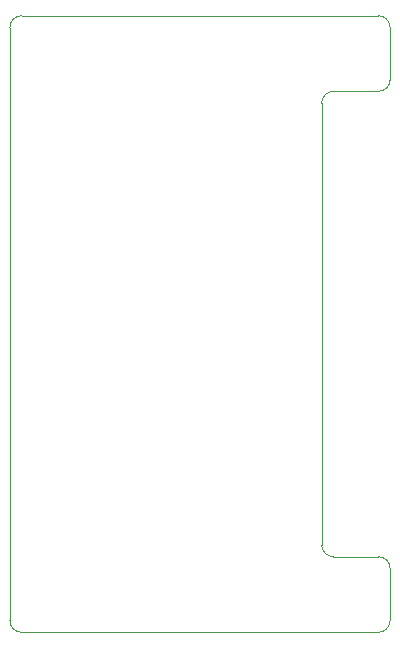
<source format=gm1>
%TF.GenerationSoftware,KiCad,Pcbnew,8.0.3*%
%TF.CreationDate,2024-07-22T06:59:44+03:00*%
%TF.ProjectId,Project 2 - Breadboard Power Supply,50726f6a-6563-4742-9032-202d20427265,rev?*%
%TF.SameCoordinates,Original*%
%TF.FileFunction,Profile,NP*%
%FSLAX46Y46*%
G04 Gerber Fmt 4.6, Leading zero omitted, Abs format (unit mm)*
G04 Created by KiCad (PCBNEW 8.0.3) date 2024-07-22 06:59:44*
%MOMM*%
%LPD*%
G01*
G04 APERTURE LIST*
%TA.AperFunction,Profile*%
%ADD10C,0.050000*%
%TD*%
G04 APERTURE END LIST*
D10*
X168600000Y-113800000D02*
G75*
G02*
X169600000Y-114800000I0J-1000000D01*
G01*
X164800000Y-74400000D02*
X168600000Y-74400000D01*
X164800000Y-113800000D02*
G75*
G02*
X163800000Y-112800000I0J1000000D01*
G01*
X168600000Y-113800000D02*
X164800000Y-113800000D01*
X168600000Y-68000000D02*
X143800000Y-68000000D01*
X168600000Y-68000000D02*
G75*
G02*
X169600000Y-69000000I0J-1000000D01*
G01*
X169600000Y-73400000D02*
G75*
G02*
X168600000Y-74400000I-1000000J0D01*
G01*
X143800000Y-68000000D02*
X143700000Y-68000000D01*
X137400000Y-69000000D02*
X137400000Y-119200000D01*
X163800000Y-75400000D02*
G75*
G02*
X164800000Y-74400000I1000000J0D01*
G01*
X163800000Y-112800000D02*
X163800000Y-75400000D01*
X143700000Y-68000000D02*
X138400000Y-68000000D01*
X169600000Y-119200000D02*
X169600000Y-114800000D01*
X137400000Y-69000000D02*
G75*
G02*
X138400000Y-68000000I1000000J0D01*
G01*
X138400000Y-120200000D02*
X168600000Y-120200000D01*
X169600000Y-73400000D02*
X169600000Y-69000000D01*
X169600000Y-119200000D02*
G75*
G02*
X168600000Y-120200000I-1000000J0D01*
G01*
X138400000Y-120200000D02*
G75*
G02*
X137400000Y-119200000I0J1000000D01*
G01*
M02*

</source>
